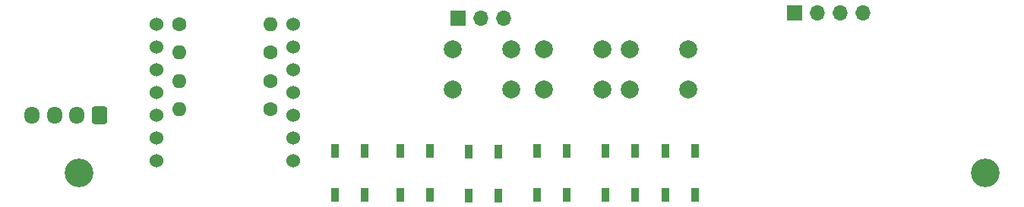
<source format=gbr>
%TF.GenerationSoftware,KiCad,Pcbnew,7.0.9*%
%TF.CreationDate,2024-10-29T13:49:45+09:00*%
%TF.ProjectId,02-top,30322d74-6f70-42e6-9b69-6361645f7063,rev?*%
%TF.SameCoordinates,Original*%
%TF.FileFunction,Soldermask,Top*%
%TF.FilePolarity,Negative*%
%FSLAX46Y46*%
G04 Gerber Fmt 4.6, Leading zero omitted, Abs format (unit mm)*
G04 Created by KiCad (PCBNEW 7.0.9) date 2024-10-29 13:49:45*
%MOMM*%
%LPD*%
G01*
G04 APERTURE LIST*
G04 Aperture macros list*
%AMRoundRect*
0 Rectangle with rounded corners*
0 $1 Rounding radius*
0 $2 $3 $4 $5 $6 $7 $8 $9 X,Y pos of 4 corners*
0 Add a 4 corners polygon primitive as box body*
4,1,4,$2,$3,$4,$5,$6,$7,$8,$9,$2,$3,0*
0 Add four circle primitives for the rounded corners*
1,1,$1+$1,$2,$3*
1,1,$1+$1,$4,$5*
1,1,$1+$1,$6,$7*
1,1,$1+$1,$8,$9*
0 Add four rect primitives between the rounded corners*
20,1,$1+$1,$2,$3,$4,$5,0*
20,1,$1+$1,$4,$5,$6,$7,0*
20,1,$1+$1,$6,$7,$8,$9,0*
20,1,$1+$1,$8,$9,$2,$3,0*%
G04 Aperture macros list end*
%ADD10C,3.200000*%
%ADD11RoundRect,0.250000X0.600000X0.725000X-0.600000X0.725000X-0.600000X-0.725000X0.600000X-0.725000X0*%
%ADD12O,1.700000X1.950000*%
%ADD13C,2.000000*%
%ADD14R,0.900000X1.500000*%
%ADD15R,1.700000X1.700000*%
%ADD16O,1.700000X1.700000*%
%ADD17C,1.524000*%
%ADD18C,1.600000*%
%ADD19O,1.600000X1.600000*%
G04 APERTURE END LIST*
D10*
%TO.C,REF\u002A\u002A*%
X33320000Y-71200000D03*
%TD*%
%TO.C,REF\u002A\u002A*%
X134320000Y-71200000D03*
%TD*%
D11*
%TO.C,J1*%
X35560000Y-64770000D03*
D12*
X33060000Y-64770000D03*
X30560000Y-64770000D03*
X28060000Y-64770000D03*
%TD*%
D13*
%TO.C,SW3*%
X101190000Y-57440000D03*
X94690000Y-57440000D03*
X101190000Y-61940000D03*
X94690000Y-61940000D03*
%TD*%
%TO.C,SW2*%
X91590000Y-57440000D03*
X85090000Y-57440000D03*
X91590000Y-61940000D03*
X85090000Y-61940000D03*
%TD*%
%TO.C,SW1*%
X81430000Y-57440000D03*
X74930000Y-57440000D03*
X81430000Y-61940000D03*
X74930000Y-61940000D03*
%TD*%
D14*
%TO.C,D3*%
X76710000Y-73750000D03*
X80010000Y-73750000D03*
X80010000Y-68850000D03*
X76710000Y-68850000D03*
%TD*%
%TO.C,D4*%
X84330000Y-73660000D03*
X87630000Y-73660000D03*
X87630000Y-68760000D03*
X84330000Y-68760000D03*
%TD*%
%TO.C,D6*%
X98680000Y-73660000D03*
X101980000Y-73660000D03*
X101980000Y-68760000D03*
X98680000Y-68760000D03*
%TD*%
D15*
%TO.C,J2*%
X113040000Y-53340000D03*
D16*
X115580000Y-53340000D03*
X118120000Y-53340000D03*
X120660000Y-53340000D03*
%TD*%
D14*
%TO.C,D2*%
X69090000Y-73660000D03*
X72390000Y-73660000D03*
X72390000Y-68760000D03*
X69090000Y-68760000D03*
%TD*%
D16*
%TO.C,SW4*%
X80660000Y-53975000D03*
X78120000Y-53975000D03*
D15*
X75580000Y-53975000D03*
%TD*%
D14*
%TO.C,D1*%
X61850000Y-73660000D03*
X65150000Y-73660000D03*
X65150000Y-68760000D03*
X61850000Y-68760000D03*
%TD*%
%TO.C,D5*%
X91950000Y-73660000D03*
X95250000Y-73660000D03*
X95250000Y-68760000D03*
X91950000Y-68760000D03*
%TD*%
D17*
%TO.C,U1*%
X57150000Y-69850000D03*
X57150000Y-67310000D03*
X57150000Y-64770000D03*
X57150000Y-62230000D03*
X57150000Y-59690000D03*
X57150000Y-57150000D03*
X57150000Y-54610000D03*
X41910000Y-54610000D03*
X41910000Y-57150000D03*
X41910000Y-59690000D03*
X41910000Y-62230000D03*
X41910000Y-64770000D03*
X41910000Y-67310000D03*
X41910000Y-69850000D03*
%TD*%
D18*
%TO.C,R1*%
X54610000Y-64135000D03*
D19*
X44450000Y-64135000D03*
%TD*%
D18*
%TO.C,R3*%
X54610000Y-57785000D03*
D19*
X44450000Y-57785000D03*
%TD*%
D18*
%TO.C,R2*%
X54610000Y-60960000D03*
D19*
X44450000Y-60960000D03*
%TD*%
D18*
%TO.C,R4*%
X44450000Y-54610000D03*
D19*
X54610000Y-54610000D03*
%TD*%
M02*

</source>
